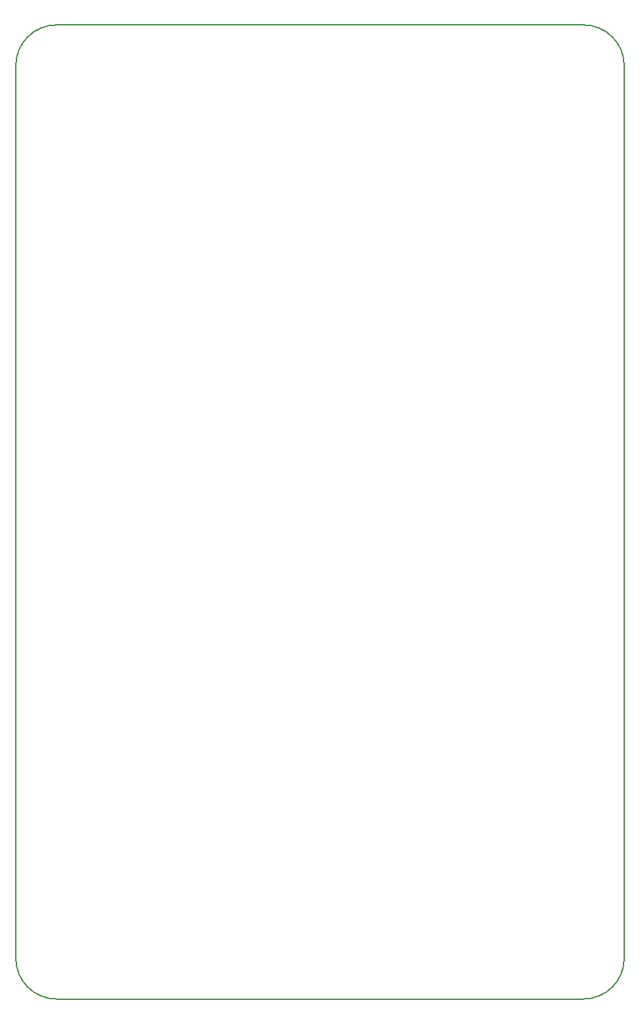
<source format=gbr>
%TF.GenerationSoftware,KiCad,Pcbnew,7.0.6-7.0.6~ubuntu22.04.1*%
%TF.CreationDate,2023-08-07T18:14:45+01:00*%
%TF.ProjectId,working,776f726b-696e-4672-9e6b-696361645f70,rev?*%
%TF.SameCoordinates,Original*%
%TF.FileFunction,Profile,NP*%
%FSLAX46Y46*%
G04 Gerber Fmt 4.6, Leading zero omitted, Abs format (unit mm)*
G04 Created by KiCad (PCBNEW 7.0.6-7.0.6~ubuntu22.04.1) date 2023-08-07 18:14:45*
%MOMM*%
%LPD*%
G01*
G04 APERTURE LIST*
%TA.AperFunction,Profile*%
%ADD10C,0.152400*%
%TD*%
G04 APERTURE END LIST*
D10*
X181001100Y-45003600D02*
X116001100Y-45003600D01*
X186001100Y-50003600D02*
G75*
G03*
X181001100Y-45003600I-5000000J0D01*
G01*
X111001100Y-50003600D02*
X111001100Y-160003600D01*
X116001100Y-45003600D02*
G75*
G03*
X111001100Y-50003600I0J-5000000D01*
G01*
X186001100Y-160003600D02*
X186001100Y-50003600D01*
X181001100Y-165003600D02*
G75*
G03*
X186001100Y-160003600I0J5000000D01*
G01*
X111001100Y-160003600D02*
G75*
G03*
X116001100Y-165003600I5000000J0D01*
G01*
X116001100Y-165003600D02*
X181001100Y-165003600D01*
M02*

</source>
